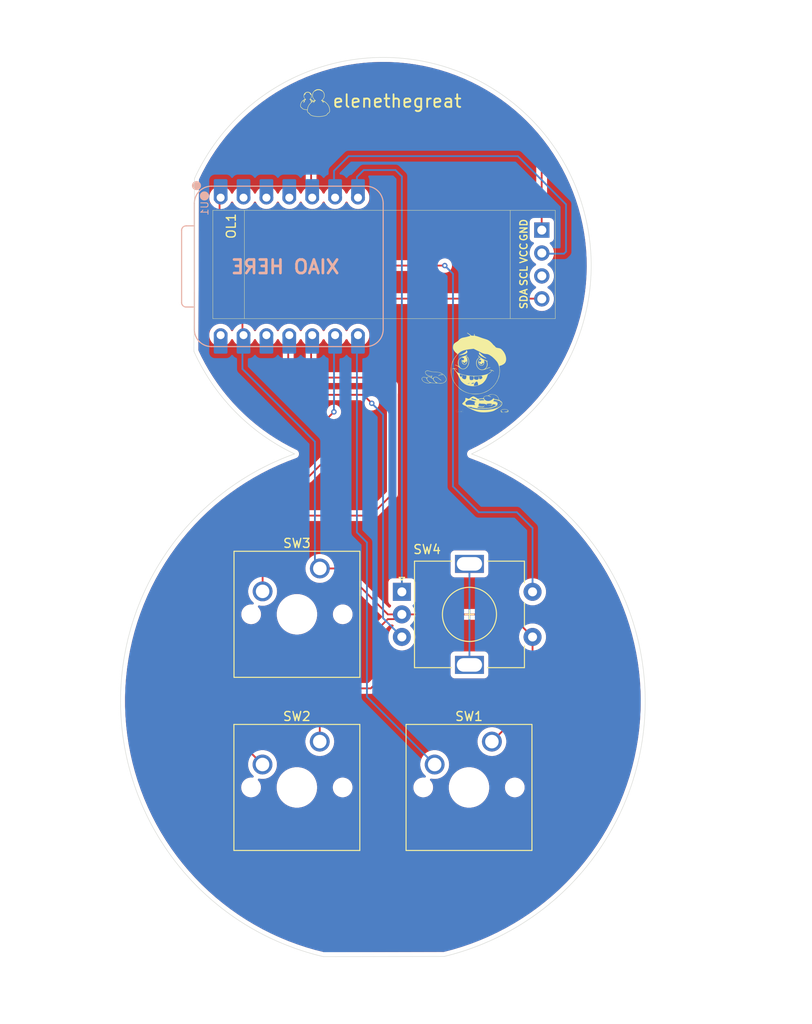
<source format=kicad_pcb>
(kicad_pcb (version 20241229) (generator "pcbnew") (generator_version "9.0")
  (layers (0 "F.Cu" signal) (2 "B.Cu" signal) (13 "F.Paste" user) (15 "B.Paste" user) (5 "F.SilkS" user "F.Silkscreen") (7 "B.SilkS" user "B.Silkscreen") (1 "F.Mask" user) (3 "B.Mask" user) (25 "Edge.Cuts" user))
  (net 0 "")
  (net 1 "+5V")
  (net 2 "GND")
  (net 3 "Net-(U1-GPIO1{slash}RX)")
  (net 4 "Net-(U1-GPIO2{slash}SCK)")
  (net 5 "Net-(U1-GPIO4{slash}MISO)")
  (net 6 "Net-(U1-GPIO3{slash}MOSI)")
  (net 7 "Net-(U1-GPIO26{slash}ADC0{slash}A0)")
  (net 8 "Net-(U1-GPIO0{slash}TX)")
  (net 10 "Net-(OL1-SCL)")
  (net 13 "Net-(OL1-SDA)")
  (net 14 "3V3")
  (net 15 "unconnected-(SW4-PadMP)")
  (net 16 "+3V3")
  (footprint "SSD1306:SSD1306-0.91-OLED-4pin-128x32" (layer "F.Cu") (at 81.115 45.515)
    (property "Reference" "OL1" (at 2.034 1.7425 90) (layer "F.SilkS"))
    (property "Value" "OLED")
    (fp_text user "GND" (at 34.5 2.19 90) (layer "F.SilkS") (effects (font (size 0.8 0.8))))
    (fp_text user "VCC" (at 34.5 4.73 90) (layer "F.SilkS") (effects (font (size 0.8 0.8))))
    (fp_text user "SDA" (at 34.5 9.81 90) (layer "F.SilkS") (effects (font (size 0.8 0.8))))
    (fp_text user "SCL" (at 34.5 7.27 90) (layer "F.SilkS") (effects (font (size 0.8 0.8))))
    (pad "1" thru_hole rect (at 36.5 2.19) (size 1.7 1.7) (drill 1) (layers "*.Cu" "*.Mask") (net 13 "Net-(OL1-SDA)"))
    (pad "2" thru_hole oval (at 36.5 4.73) (size 1.7 1.7) (drill 1) (layers "*.Cu" "*.Mask") (net 10 "Net-(OL1-SCL)"))
    (pad "3" thru_hole oval (at 36.5 7.27) (size 1.7 1.7) (drill 1) (layers "*.Cu" "*.Mask") (net 14 "3V3"))
    (pad "4" thru_hole oval (at 36.5 9.81) (size 1.7 1.7) (drill 1) (layers "*.Cu" "*.Mask") (net 2 "GND"))
  )
  (footprint "Button_Switch_Keyboard:SW_Cherry_MX_1.00u_PCB" (layer "F.Cu") (at 92.9875 85.2075)
    (property "Reference" "SW3" (at -2.54 -2.794 0) (layer "F.SilkS"))
    (property "Value" "SW_Push")
    (pad "" np_thru_hole circle (at -7.62 5.08) (size 1.7 1.7) (drill 1.7) (layers "*.Cu" "*.Mask"))
    (pad "" np_thru_hole circle (at -2.54 5.08) (size 4 4) (drill 4) (layers "*.Cu" "*.Mask"))
    (pad "" np_thru_hole circle (at 2.54 5.08) (size 1.7 1.7) (drill 1.7) (layers "*.Cu" "*.Mask"))
    (pad "1" thru_hole circle (at 0 0) (size 2.2 2.2) (drill 1.5) (layers "*.Cu" "*.Mask") (net 2 "GND"))
    (pad "2" thru_hole circle (at -6.35 2.54) (size 2.2 2.2) (drill 1.5) (layers "*.Cu" "*.Mask") (net 5 "Net-(U1-GPIO4{slash}MISO)"))
  )
  (footprint "Rotary_Encoder:RotaryEncoder_Alps_EC11E-Switch_Vertical_H20mm" (layer "F.Cu") (at 102.0875 87.7975)
    (property "Reference" "SW4" (at 2.8 -4.7 0) (layer "F.SilkS"))
    (property "Value" "RotaryEncoder_Switch_MP")
    (pad "A" thru_hole rect (at 0 0) (size 2 2) (drill 1) (layers "*.Cu" "*.Mask") (net 8 "Net-(U1-GPIO0{slash}TX)"))
    (pad "B" thru_hole circle (at 0 5) (size 2 2) (drill 1) (layers "*.Cu" "*.Mask") (net 6 "Net-(U1-GPIO3{slash}MOSI)"))
    (pad "C" thru_hole circle (at 0 2.5) (size 2 2) (drill 1) (layers "*.Cu" "*.Mask") (net 2 "GND"))
    (pad "MP" thru_hole rect (at 7.5 -3.1) (size 3.2 2) (drill oval 2.8 1.5) (layers "*.Cu" "*.Mask") (net 15 "unconnected-(SW4-PadMP)"))
    (pad "MP" thru_hole rect (at 7.5 8.1) (size 3.2 2) (drill oval 2.8 1.5) (layers "*.Cu" "*.Mask") (net 15 "unconnected-(SW4-PadMP)"))
    (pad "S1" thru_hole circle (at 14.5 5) (size 2 2) (drill 1) (layers "*.Cu" "*.Mask") (net 2 "GND"))
    (pad "S2" thru_hole circle (at 14.5 0) (size 2 2) (drill 1) (layers "*.Cu" "*.Mask") (net 7 "Net-(U1-GPIO26{slash}ADC0{slash}A0)"))
  )
  (footprint "logo:beggar" (layer "F.Cu") (at 109.1 63.9)
    (property "Reference" "G***" (hide yes))
    (property "Value" "LOGO" (hide yes))
  )
  (footprint "Button_Switch_Keyboard:SW_Cherry_MX_1.00u_PCB" (layer "F.Cu") (at 112.0775 104.3975)
    (property "Reference" "SW1" (at -2.54 -2.794 0) (layer "F.SilkS"))
    (property "Value" "SW_Push")
    (pad "" np_thru_hole circle (at -7.62 5.08) (size 1.7 1.7) (drill 1.7) (layers "*.Cu" "*.Mask"))
    (pad "" np_thru_hole circle (at -2.54 5.08) (size 4 4) (drill 4) (layers "*.Cu" "*.Mask"))
    (pad "" np_thru_hole circle (at 2.54 5.08) (size 1.7 1.7) (drill 1.7) (layers "*.Cu" "*.Mask"))
    (pad "1" thru_hole circle (at 0 0) (size 2.2 2.2) (drill 1.5) (layers "*.Cu" "*.Mask") (net 2 "GND"))
    (pad "2" thru_hole circle (at -6.35 2.54) (size 2.2 2.2) (drill 1.5) (layers "*.Cu" "*.Mask") (net 3 "Net-(U1-GPIO1{slash}RX)"))
  )
  (footprint "logo:Untitled" (layer "F.Cu") (at 92.49 33.62)
    (property "Reference" "G***" (hide yes))
    (property "Value" "LOGO" (hide yes))
  )
  (footprint "Button_Switch_Keyboard:SW_Cherry_MX_1.00u_PCB" (layer "F.Cu") (at 92.9775 104.3975)
    (property "Reference" "SW2" (at -2.54 -2.794 0) (layer "F.SilkS"))
    (property "Value" "SW_Push")
    (pad "" np_thru_hole circle (at -7.62 5.08) (size 1.7 1.7) (drill 1.7) (layers "*.Cu" "*.Mask"))
    (pad "" np_thru_hole circle (at -2.54 5.08) (size 4 4) (drill 4) (layers "*.Cu" "*.Mask"))
    (pad "" np_thru_hole circle (at 2.54 5.08) (size 1.7 1.7) (drill 1.7) (layers "*.Cu" "*.Mask"))
    (pad "1" thru_hole circle (at 0 0) (size 2.2 2.2) (drill 1.5) (layers "*.Cu" "*.Mask") (net 2 "GND"))
    (pad "2" thru_hole circle (at -6.35 2.54) (size 2.2 2.2) (drill 1.5) (layers "*.Cu" "*.Mask") (net 4 "Net-(U1-GPIO2{slash}SCK)"))
  )
  (footprint "OPL:XIAO-RP2040-DIP" (layer "B.Cu") (at 89.6 51.725 -90)
    (property "Reference" "U1" (at -6.43 9.39 90) (layer "B.SilkS") (effects (font (size 0.8 0.8) (thickness 0.1016)) (justify mirror)))
    (property "Value" "XIAO-RP2040-DIP")
    (pad "1" smd roundrect (at -8.455 7.62 90) (size 2.432 1.524) (layers "B.Cu" "B.Mask") (roundrect_rratio 0.1) (net 7 "Net-(U1-GPIO26{slash}ADC0{slash}A0)"))
    (pad "1" thru_hole circle (at -7.62 7.62 90) (size 1.524 1.524) (drill 0.889) (layers "*.Cu" "*.Mask") (net 7 "Net-(U1-GPIO26{slash}ADC0{slash}A0)"))
    (pad "2" smd roundrect (at -8.455 5.08 90) (size 2.432 1.524) (layers "B.Cu" "B.Mask") (roundrect_rratio 0.1))
    (pad "2" thru_hole circle (at -7.62 5.08 90) (size 1.524 1.524) (drill 0.889) (layers "*.Cu" "*.Mask"))
    (pad "3" smd roundrect (at -8.455 2.54 90) (size 2.432 1.524) (layers "B.Cu" "B.Mask") (roundrect_rratio 0.1))
    (pad "3" thru_hole circle (at -7.62 2.54 90) (size 1.524 1.524) (drill 0.889) (layers "*.Cu" "*.Mask"))
    (pad "4" smd roundrect (at -8.455 0 90) (size 2.432 1.524) (layers "B.Cu" "B.Mask") (roundrect_rratio 0.1))
    (pad "4" thru_hole circle (at -7.62 0 90) (size 1.524 1.524) (drill 0.889) (layers "*.Cu" "*.Mask"))
    (pad "5" smd roundrect (at -8.455 -2.54 90) (size 2.432 1.524) (layers "B.Cu" "B.Mask") (roundrect_rratio 0.1) (net 13 "Net-(OL1-SDA)"))
    (pad "5" thru_hole circle (at -7.62 -2.54 90) (size 1.524 1.524) (drill 0.889) (layers "*.Cu" "*.Mask") (net 13 "Net-(OL1-SDA)"))
    (pad "6" smd roundrect (at -8.455 -5.08 90) (size 2.432 1.524) (layers "B.Cu" "B.Mask") (roundrect_rratio 0.1) (net 10 "Net-(OL1-SCL)"))
    (pad "6" thru_hole circle (at -7.62 -5.08 90) (size 1.524 1.524) (drill 0.889) (layers "*.Cu" "*.Mask") (net 10 "Net-(OL1-SCL)"))
    (pad "7" smd roundrect (at -8.455 -7.62 90) (size 2.432 1.524) (layers "B.Cu" "B.Mask") (roundrect_rratio 0.1) (net 8 "Net-(U1-GPIO0{slash}TX)"))
    (pad "7" thru_hole circle (at -7.62 -7.62 90) (size 1.524 1.524) (drill 0.889) (layers "*.Cu" "*.Mask") (net 8 "Net-(U1-GPIO0{slash}TX)"))
    (pad "8" thru_hole circle (at 7.62 -7.62 270) (size 1.524 1.524) (drill 0.889) (layers "*.Cu" "*.Mask") (net 3 "Net-(U1-GPIO1{slash}RX)"))
    (pad "8" smd roundrect (at 8.455 -7.62 270) (size 2.432 1.524) (layers "B.Cu" "B.Mask") (roundrect_rratio 0.1) (net 3 "Net-(U1-GPIO1{slash}RX)"))
    (pad "9" thru_hole circle (at 7.62 -5.08 270) (size 1.524 1.524) (drill 0.889) (layers "*.Cu" "*.Mask") (net 4 "Net-(U1-GPIO2{slash}SCK)"))
    (pad "9" smd roundrect (at 8.455 -5.08 270) (size 2.432 1.524) (layers "B.Cu" "B.Mask") (roundrect_rratio 0.1) (net 4 "Net-(U1-GPIO2{slash}SCK)"))
    (pad "10" thru_hole circle (at 7.62 -2.54 270) (size 1.524 1.524) (drill 0.889) (layers "*.Cu" "*.Mask") (net 5 "Net-(U1-GPIO4{slash}MISO)"))
    (pad "10" smd roundrect (at 8.455 -2.54 270) (size 2.432 1.524) (layers "B.Cu" "B.Mask") (roundrect_rratio 0.1) (net 5 "Net-(U1-GPIO4{slash}MISO)"))
    (pad "11" thru_hole circle (at 7.62 0 270) (size 1.524 1.524) (drill 0.889) (layers "*.Cu" "*.Mask") (net 6 "Net-(U1-GPIO3{slash}MOSI)"))
    (pad "11" smd roundrect (at 8.455 0 270) (size 2.432 1.524) (layers "B.Cu" "B.Mask") (roundrect_rratio 0.1) (net 6 "Net-(U1-GPIO3{slash}MOSI)"))
    (pad "12" thru_hole circle (at 7.62 2.54 270) (size 1.524 1.524) (drill 0.889) (layers "*.Cu" "*.Mask") (net 16 "+3V3"))
    (pad "12" smd roundrect (at 8.455 2.54 270) (size 2.432 1.524) (layers "B.Cu" "B.Mask") (roundrect_rratio 0.1) (net 16 "+3V3"))
    (pad "13" thru_hole circle (at 7.62 5.08 270) (size 1.524 1.524) (drill 0.889) (layers "*.Cu" "*.Mask") (net 2 "GND"))
    (pad "13" smd roundrect (at 8.455 5.08 270) (size 2.432 1.524) (layers "B.Cu" "B.Mask") (roundrect_rratio 0.1) (net 2 "GND"))
    (pad "14" thru_hole circle (at 7.62 7.62 270) (size 1.524 1.524) (drill 0.889) (layers "*.Cu" "*.Mask") (net 1 "+5V"))
    (pad "14" smd roundrect (at 8.455 7.62 270) (size 2.432 1.524) (layers "B.Cu" "B.Mask") (roundrect_rratio 0.1) (net 1 "+5V"))
  )
  (gr_line (start 79.075591 41.99) (end 79.015422 61.145341) (stroke (width 0.05)) (layer "Edge.Cuts"))
  (gr_arc (start 90.179928 72.509068) (mid 83.587773 67.819402) (end 79.015422 61.145341) (stroke (width 0.05)) (layer "Edge.Cuts"))
  (gr_arc (start 79.075591 41.989997) (mid 116.28151 35.262185) (end 109.819183 72.515134) (stroke (width 0.05)) (layer "Edge.Cuts"))
  (gr_arc (start 109.81918 72.515134) (mid 129.045462 101.487051) (end 106.79733 128.208624) (stroke (width 0.05)) (layer "Edge.Cuts"))
  (gr_line (start 93.404166 128.23609) (end 106.79733 128.208624) (stroke (width 0.05)) (layer "Edge.Cuts"))
  (gr_arc (start 93.404164 128.23609) (mid 70.923975 101.579957) (end 90.179928 72.509068) (stroke (width 0.05)) (layer "Edge.Cuts"))
  (gr_text "elenethegreat" (at 94.3 34.23 0) (layer "F.SilkS") (effects (font (size 1.4 1.4) (thickness 0.2)) (justify left bottom)))
  (gr_text "XIAO HERE" (at 95.310024 52.66 0) (layer "B.SilkS") (effects (font (size 1.5 1.5) (thickness 0.3) (bold yes)) (justify left bottom mirror)))
  (segment (start 98.6375 98.4975) (end 93.9125 98.4975) (width 0.2) (layer "F.Cu") (net 2))
  (segment (start 99.5125 97.6225) (end 98.6375 98.4975) (width 0.2) (layer "F.Cu") (net 2))
  (segment (start 102.0875 90.2975) (end 102.0875 90.3225) (width 0.2) (layer "F.Cu") (net 2))
  (segment (start 84.4 56.015) (end 84.4 59.35) (width 0.2) (layer "F.Cu") (net 2))
  (segment (start 101.5625 90.8225) (end 100.5275 90.8225) (width 0.2) (layer "F.Cu") (net 2))
  (segment (start 117.59 55.3) (end 85.115 55.3) (width 0.2) (layer "F.Cu") (net 2))
  (segment (start 114.0875 90.2975) (end 102.0875 90.2975) (width 0.2) (layer "F.Cu") (net 2))
  (segment (start 100.5375 90.2975) (end 95.4475 85.2075) (width 0.2) (layer "F.Cu") (net 2))
  (segment (start 92.9775 99.4325) (end 92.9775 104.3975) (width 0.2) (layer "F.Cu") (net 2))
  (segment (start 85.115 55.3) (end 84.4 56.015) (width 0.2) (layer "F.Cu") (net 2))
  (segment (start 117.13824 54.84824) (end 117.13824 54.86176) (width 0.2) (layer "F.Cu") (net 2))
  (segment (start 95.4475 85.2075) (end 92.9875 85.2075) (width 0.2) (layer "F.Cu") (net 2))
  (segment (start 116.5875 92.7975) (end 116.5875 99.8875) (width 0.2) (layer "F.Cu") (net 2))
  (segment (start 102.0875 90.2975) (end 101.5625 90.8225) (width 0.2) (layer "F.Cu") (net 2))
  (segment (start 117.615 55.325) (end 117.59 55.3) (width 0.2) (layer "F.Cu") (net 2))
  (segment (start 100.5275 90.8225) (end 99.5125 91.8375) (width 0.2) (layer "F.Cu") (net 2))
  (segment (start 93.9125 98.4975) (end 92.9775 99.4325) (width 0.2) (layer "F.Cu") (net 2))
  (segment (start 116.5875 99.8875) (end 112.0775 104.3975) (width 0.2) (layer "F.Cu") (net 2))
  (segment (start 99.5125 91.8375) (end 99.5125 97.6225) (width 0.2) (layer "F.Cu") (net 2))
  (segment (start 116.5875 92.7975) (end 114.0875 90.2975) (width 0.2) (layer "F.Cu") (net 2))
  (segment (start 102.0875 90.2975) (end 100.5375 90.2975) (width 0.2) (layer "F.Cu") (net 2))
  (segment (start 91.4375 70.1475) (end 91.4375 70.1275) (width 0.2) (layer "B.Cu") (net 2))
  (segment (start 92.44 71.15) (end 91.4375 70.1475) (width 0.2) (layer "B.Cu") (net 2))
  (segment (start 91.4375 70.1275) (end 84.4 63.09) (width 0.2) (layer "B.Cu") (net 2))
  (segment (start 92.9875 85.2075) (end 92.44 84.66) (width 0.2) (layer "B.Cu") (net 2))
  (segment (start 84.4 63.09) (end 84.4 60.185) (width 0.2) (layer "B.Cu") (net 2))
  (segment (start 92.44 84.66) (end 92.44 71.15) (width 0.2) (layer "B.Cu") (net 2))
  (segment (start 97.1 59.4725) (end 97.1 81.21) (width 0.2) (layer "B.Cu") (net 3))
  (segment (start 97.1 81.21) (end 98.2125 82.3225) (width 0.2) (layer "B.Cu") (net 3))
  (segment (start 98.2125 82.3225) (end 98.2125 99.4225) (width 0.2) (layer "B.Cu") (net 3))
  (segment (start 98.2125 99.4225) (end 105.7275 106.9375) (width 0.2) (layer "B.Cu") (net 3))
  (segment (start 93.66 68.74) (end 93.66 73.125) (width 0.2) (layer "F.Cu") (net 4))
  (segment (start 88.8625 75.1225) (end 81.8125 82.1725) (width 0.2) (layer "F.Cu") (net 4))
  (segment (start 94.55 67.85) (end 93.66 68.74) (width 0.2) (layer "F.Cu") (net 4))
  (segment (start 81.8125 102.1225) (end 86.6275 106.9375) (width 0.2) (layer "F.Cu") (net 4))
  (segment (start 91.6625 75.1225) (end 88.8625 75.1225) (width 0.2) (layer "F.Cu") (net 4))
  (segment (start 93.66 73.125) (end 91.6625 75.1225) (width 0.2) (layer "F.Cu") (net 4))
  (segment (start 81.8125 82.1725) (end 81.8125 102.1225) (width 0.2) (layer "F.Cu") (net 4))
  (via (at 94.55 67.85) (size 0.6) (drill 0.3) (layers "F.Cu" "B.Cu") (net 4))
  (segment (start 94.56 66.635) (end 94.56 59.35) (width 0.2) (layer "B.Cu") (net 4))
  (segment (start 94.55 66.645) (end 94.56 66.635) (width 0.2) (layer "B.Cu") (net 4))
  (segment (start 94.55 67.85) (end 94.55 66.645) (width 0.2) (layer "B.Cu") (net 4))
  (segment (start 100.17 64.05) (end 101.05 64.93) (width 0.2) (layer "F.Cu") (net 5))
  (segment (start 92.02 62.37) (end 93.7 64.05) (width 0.2) (layer "F.Cu") (net 5))
  (segment (start 93.7 64.05) (end 100.17 64.05) (width 0.2) (layer "F.Cu") (net 5))
  (segment (start 101.05 65.735) (end 101.0375 65.7475) (width 0.2) (layer "F.Cu") (net 5))
  (segment (start 88.4875 79.3475) (end 86.6375 81.1975) (width 0.2) (layer "F.Cu") (net 5))
  (segment (start 101.05 64.93) (end 101.05 65.735) (width 0.2) (layer "F.Cu") (net 5))
  (segment (start 92.02 59.35) (end 92.02 62.37) (width 0.2) (layer "F.Cu") (net 5))
  (segment (start 98.6375 79.3475) (end 88.4875 79.3475) (width 0.2) (layer "F.Cu") (net 5))
  (segment (start 86.6375 81.1975) (end 86.6375 87.7475) (width 0.2) (layer "F.Cu") (net 5))
  (segment (start 101.0375 65.7475) (end 101.0375 76.9475) (width 0.2) (layer "F.Cu") (net 5))
  (segment (start 101.0375 76.9475) (end 98.6375 79.3475) (width 0.2) (layer "F.Cu") (net 5))
  (segment (start 89.48 63.03) (end 89.48 59.35) (width 0.2) (layer "F.Cu") (net 6))
  (segment (start 97.81 65.96) (end 92.41 65.96) (width 0.2) (layer "F.Cu") (net 6))
  (segment (start 98.75 66.9) (end 97.81 65.96) (width 0.2) (layer "F.Cu") (net 6))
  (segment (start 92.41 65.96) (end 89.48 63.03) (width 0.2) (layer "F.Cu") (net 6))
  (via (at 98.75 66.9) (size 0.6) (drill 0.3) (layers "F.Cu" "B.Cu") (net 6))
  (segment (start 100 90.71) (end 102.0875 92.7975) (width 0.2) (layer "B.Cu") (net 6))
  (segment (start 100 68.15) (end 100 90.71) (width 0.2) (layer "B.Cu") (net 6))
  (segment (start 98.75 66.9) (end 100 68.15) (width 0.2) (layer "B.Cu") (net 6))
  (segment (start 83.885 51.635) (end 81.86 49.61) (width 0.2) (layer "F.Cu") (net 7))
  (segment (start 106.85 51.635) (end 83.885 51.635) (width 0.2) (layer "F.Cu") (net 7))
  (segment (start 81.86 49.61) (end 81.86 44.11) (width 0.2) (layer "F.Cu") (net 7))
  (via (at 106.85 51.635) (size 0.6) (drill 0.3) (layers "F.Cu" "B.Cu") (net 7))
  (segment (start 107.76 52.545) (end 107.76 76.12) (width 0.2) (layer "B.Cu") (net 7))
  (segment (start 107.76 76.12) (end 110.6125 78.9725) (width 0.2) (layer "B.Cu") (net 7))
  (segment (start 110.6125 78.9725) (end 114.8375 78.9725) (width 0.2) (layer "B.Cu") (net 7))
  (segment (start 116.5875 80.7225) (end 116.5875 87.7975) (width 0.2) (layer "B.Cu") (net 7))
  (segment (start 106.85 51.635) (end 107.76 52.545) (width 0.2) (layer "B.Cu") (net 7))
  (segment (start 114.8375 78.9725) (end 116.5875 80.7225) (width 0.2) (layer "B.Cu") (net 7))
  (segment (start 102.0875 41.7575) (end 102.0875 87.7975) (width 0.2) (layer "B.Cu") (net 8))
  (segment (start 97.1 41.81) (end 97.86 41.05) (width 0.2) (layer "B.Cu") (net 8))
  (segment (start 97.86 41.05) (end 101.38 41.05) (width 0.2) (layer "B.Cu") (net 8))
  (segment (start 97.1 44.11) (end 97.1 41.81) (width 0.2) (layer "B.Cu") (net 8))
  (segment (start 101.38 41.05) (end 102.0875 41.7575) (width 0.2) (layer "B.Cu") (net 8))
  (segment (start 117.615 50.245) (end 117.6875 50.3175) (width 0.2) (layer "B.Cu") (net 10))
  (segment (start 94.56 41.135) (end 94.56 44.11) (width 0.2) (layer "B.Cu") (net 10))
  (segment (start 120.3 44.85) (end 114.96 39.51) (width 0.2) (layer "B.Cu") (net 10))
  (segment (start 117.6875 50.3175) (end 120.0725 50.3175) (width 0.2) (layer "B.Cu") (net 10))
  (segment (start 114.96 39.51) (end 96.185 39.51) (width 0.2) (layer "B.Cu") (net 10))
  (segment (start 120.3 50.09) (end 120.3 44.85) (width 0.2) (layer "B.Cu") (net 10))
  (segment (start 96.185 39.51) (end 94.56 41.135) (width 0.2) (layer "B.Cu") (net 10))
  (segment (start 120.0725 50.3175) (end 120.3 50.09) (width 0.2) (layer "B.Cu") (net 10))
  (segment (start 92.02 39.72) (end 92.02 44.11) (width 0.2) (layer "F.Cu") (net 13))
  (segment (start 115.455 38.1) (end 93.64 38.1) (width 0.2) (layer "F.Cu") (net 13))
  (segment (start 117.615 47.705) (end 117.6 47.69) (width 0.2) (layer "F.Cu") (net 13))
  (segment (start 117.6 47.69) (end 117.6 40.245) (width 0.2) (layer "F.Cu") (net 13))
  (segment (start 93.64 38.1) (end 92.02 39.72) (width 0.2) (layer "F.Cu") (net 13))
  (segment (start 117.6 40.245) (end 115.455 38.1) (width 0.2) (layer "F.Cu") (net 13))
  (segment (start 109.5875 95.8975) (end 109.5875 84.6975) (width 0.2) (layer "B.Cu") (net 15))
  (zone (net 0) (net_name "") (layers "F.Cu" "B.Cu") (connect_pads (clearance 0.5)) (min_thickness 0.25) (fill yes (thermal_gap 0.5) (thermal_bridge_width 0.5) (island_removal_mode 1) (island_area_min 10))
    (polygon (pts (xy 62.2 22.2) (xy 147.6 23) (xy 147.6 135.7) (xy 57.5 131.7)))
  )
)
</source>
